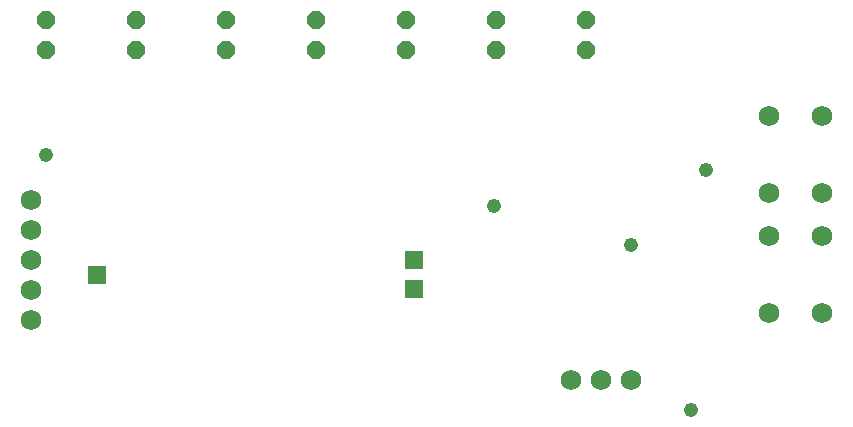
<source format=gbs>
G75*
G70*
%OFA0B0*%
%FSLAX24Y24*%
%IPPOS*%
%LPD*%
%AMOC8*
5,1,8,0,0,1.08239X$1,22.5*
%
%ADD10C,0.0680*%
%ADD11OC8,0.0600*%
%ADD12R,0.0595X0.0595*%
%ADD13C,0.0476*%
D10*
X001494Y003601D03*
X001494Y004601D03*
X001494Y005601D03*
X001494Y006601D03*
X001494Y007601D03*
X019494Y001601D03*
X020494Y001601D03*
X021494Y001601D03*
X026104Y003821D03*
X027884Y003821D03*
X027884Y006381D03*
X026104Y006381D03*
X026104Y007821D03*
X027884Y007821D03*
X027884Y010381D03*
X026104Y010381D03*
D11*
X019994Y012601D03*
X019994Y013601D03*
X016994Y013601D03*
X016994Y012601D03*
X013994Y012601D03*
X013994Y013601D03*
X010994Y013601D03*
X010994Y012601D03*
X007994Y012601D03*
X007994Y013601D03*
X004994Y013601D03*
X004994Y012601D03*
X001994Y012601D03*
X001994Y013601D03*
D12*
X014289Y005593D03*
X014289Y004609D03*
X003699Y005101D03*
D13*
X001994Y009101D03*
X016944Y007401D03*
X021494Y006101D03*
X023994Y008601D03*
X023494Y000601D03*
M02*

</source>
